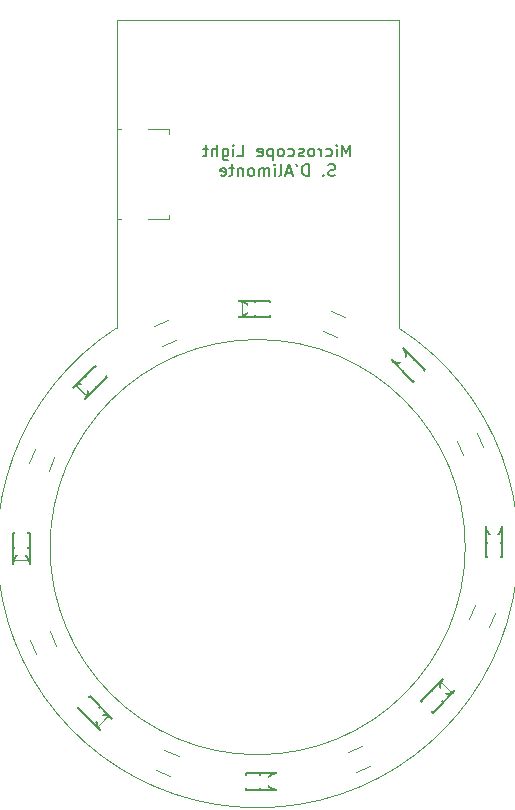
<source format=gbr>
G04 #@! TF.GenerationSoftware,KiCad,Pcbnew,(5.1.0)-1*
G04 #@! TF.CreationDate,2019-04-30T21:22:08-04:00*
G04 #@! TF.ProjectId,MIcroscope_Light,4d496372-6f73-4636-9f70-655f4c696768,rev?*
G04 #@! TF.SameCoordinates,Original*
G04 #@! TF.FileFunction,Legend,Bot*
G04 #@! TF.FilePolarity,Positive*
%FSLAX46Y46*%
G04 Gerber Fmt 4.6, Leading zero omitted, Abs format (unit mm)*
G04 Created by KiCad (PCBNEW (5.1.0)-1) date 2019-04-30 21:22:08*
%MOMM*%
%LPD*%
G04 APERTURE LIST*
%ADD10C,0.150000*%
%ADD11C,0.050000*%
%ADD12C,0.120000*%
%ADD13R,2.001600X1.276600*%
%ADD14R,2.001600X2.476600*%
%ADD15R,2.201600X1.576600*%
%ADD16R,1.481600X0.551600*%
%ADD17C,3.101600*%
%ADD18C,1.346600*%
%ADD19C,0.100000*%
%ADD20R,2.601600X1.101600*%
%ADD21C,1.000000*%
%ADD22C,1.101600*%
%ADD23R,1.101600X2.601600*%
G04 APERTURE END LIST*
D10*
X137342857Y-58427380D02*
X137342857Y-57427380D01*
X137009523Y-58141666D01*
X136676190Y-57427380D01*
X136676190Y-58427380D01*
X136200000Y-58427380D02*
X136200000Y-57760714D01*
X136200000Y-57427380D02*
X136247619Y-57475000D01*
X136200000Y-57522619D01*
X136152380Y-57475000D01*
X136200000Y-57427380D01*
X136200000Y-57522619D01*
X135295238Y-58379761D02*
X135390476Y-58427380D01*
X135580952Y-58427380D01*
X135676190Y-58379761D01*
X135723809Y-58332142D01*
X135771428Y-58236904D01*
X135771428Y-57951190D01*
X135723809Y-57855952D01*
X135676190Y-57808333D01*
X135580952Y-57760714D01*
X135390476Y-57760714D01*
X135295238Y-57808333D01*
X134866666Y-58427380D02*
X134866666Y-57760714D01*
X134866666Y-57951190D02*
X134819047Y-57855952D01*
X134771428Y-57808333D01*
X134676190Y-57760714D01*
X134580952Y-57760714D01*
X134104761Y-58427380D02*
X134200000Y-58379761D01*
X134247619Y-58332142D01*
X134295238Y-58236904D01*
X134295238Y-57951190D01*
X134247619Y-57855952D01*
X134200000Y-57808333D01*
X134104761Y-57760714D01*
X133961904Y-57760714D01*
X133866666Y-57808333D01*
X133819047Y-57855952D01*
X133771428Y-57951190D01*
X133771428Y-58236904D01*
X133819047Y-58332142D01*
X133866666Y-58379761D01*
X133961904Y-58427380D01*
X134104761Y-58427380D01*
X133390476Y-58379761D02*
X133295238Y-58427380D01*
X133104761Y-58427380D01*
X133009523Y-58379761D01*
X132961904Y-58284523D01*
X132961904Y-58236904D01*
X133009523Y-58141666D01*
X133104761Y-58094047D01*
X133247619Y-58094047D01*
X133342857Y-58046428D01*
X133390476Y-57951190D01*
X133390476Y-57903571D01*
X133342857Y-57808333D01*
X133247619Y-57760714D01*
X133104761Y-57760714D01*
X133009523Y-57808333D01*
X132104761Y-58379761D02*
X132200000Y-58427380D01*
X132390476Y-58427380D01*
X132485714Y-58379761D01*
X132533333Y-58332142D01*
X132580952Y-58236904D01*
X132580952Y-57951190D01*
X132533333Y-57855952D01*
X132485714Y-57808333D01*
X132390476Y-57760714D01*
X132200000Y-57760714D01*
X132104761Y-57808333D01*
X131533333Y-58427380D02*
X131628571Y-58379761D01*
X131676190Y-58332142D01*
X131723809Y-58236904D01*
X131723809Y-57951190D01*
X131676190Y-57855952D01*
X131628571Y-57808333D01*
X131533333Y-57760714D01*
X131390476Y-57760714D01*
X131295238Y-57808333D01*
X131247619Y-57855952D01*
X131200000Y-57951190D01*
X131200000Y-58236904D01*
X131247619Y-58332142D01*
X131295238Y-58379761D01*
X131390476Y-58427380D01*
X131533333Y-58427380D01*
X130771428Y-57760714D02*
X130771428Y-58760714D01*
X130771428Y-57808333D02*
X130676190Y-57760714D01*
X130485714Y-57760714D01*
X130390476Y-57808333D01*
X130342857Y-57855952D01*
X130295238Y-57951190D01*
X130295238Y-58236904D01*
X130342857Y-58332142D01*
X130390476Y-58379761D01*
X130485714Y-58427380D01*
X130676190Y-58427380D01*
X130771428Y-58379761D01*
X129485714Y-58379761D02*
X129580952Y-58427380D01*
X129771428Y-58427380D01*
X129866666Y-58379761D01*
X129914285Y-58284523D01*
X129914285Y-57903571D01*
X129866666Y-57808333D01*
X129771428Y-57760714D01*
X129580952Y-57760714D01*
X129485714Y-57808333D01*
X129438095Y-57903571D01*
X129438095Y-57998809D01*
X129914285Y-58094047D01*
X127771428Y-58427380D02*
X128247619Y-58427380D01*
X128247619Y-57427380D01*
X127438095Y-58427380D02*
X127438095Y-57760714D01*
X127438095Y-57427380D02*
X127485714Y-57475000D01*
X127438095Y-57522619D01*
X127390476Y-57475000D01*
X127438095Y-57427380D01*
X127438095Y-57522619D01*
X126533333Y-57760714D02*
X126533333Y-58570238D01*
X126580952Y-58665476D01*
X126628571Y-58713095D01*
X126723809Y-58760714D01*
X126866666Y-58760714D01*
X126961904Y-58713095D01*
X126533333Y-58379761D02*
X126628571Y-58427380D01*
X126819047Y-58427380D01*
X126914285Y-58379761D01*
X126961904Y-58332142D01*
X127009523Y-58236904D01*
X127009523Y-57951190D01*
X126961904Y-57855952D01*
X126914285Y-57808333D01*
X126819047Y-57760714D01*
X126628571Y-57760714D01*
X126533333Y-57808333D01*
X126057142Y-58427380D02*
X126057142Y-57427380D01*
X125628571Y-58427380D02*
X125628571Y-57903571D01*
X125676190Y-57808333D01*
X125771428Y-57760714D01*
X125914285Y-57760714D01*
X126009523Y-57808333D01*
X126057142Y-57855952D01*
X125295238Y-57760714D02*
X124914285Y-57760714D01*
X125152380Y-57427380D02*
X125152380Y-58284523D01*
X125104761Y-58379761D01*
X125009523Y-58427380D01*
X124914285Y-58427380D01*
X136057142Y-60029761D02*
X135914285Y-60077380D01*
X135676190Y-60077380D01*
X135580952Y-60029761D01*
X135533333Y-59982142D01*
X135485714Y-59886904D01*
X135485714Y-59791666D01*
X135533333Y-59696428D01*
X135580952Y-59648809D01*
X135676190Y-59601190D01*
X135866666Y-59553571D01*
X135961904Y-59505952D01*
X136009523Y-59458333D01*
X136057142Y-59363095D01*
X136057142Y-59267857D01*
X136009523Y-59172619D01*
X135961904Y-59125000D01*
X135866666Y-59077380D01*
X135628571Y-59077380D01*
X135485714Y-59125000D01*
X135057142Y-59982142D02*
X135009523Y-60029761D01*
X135057142Y-60077380D01*
X135104761Y-60029761D01*
X135057142Y-59982142D01*
X135057142Y-60077380D01*
X133819047Y-60077380D02*
X133819047Y-59077380D01*
X133580952Y-59077380D01*
X133438095Y-59125000D01*
X133342857Y-59220238D01*
X133295238Y-59315476D01*
X133247619Y-59505952D01*
X133247619Y-59648809D01*
X133295238Y-59839285D01*
X133342857Y-59934523D01*
X133438095Y-60029761D01*
X133580952Y-60077380D01*
X133819047Y-60077380D01*
X132771428Y-59077380D02*
X132866666Y-59267857D01*
X132390476Y-59791666D02*
X131914285Y-59791666D01*
X132485714Y-60077380D02*
X132152380Y-59077380D01*
X131819047Y-60077380D01*
X131342857Y-60077380D02*
X131438095Y-60029761D01*
X131485714Y-59934523D01*
X131485714Y-59077380D01*
X130961904Y-60077380D02*
X130961904Y-59410714D01*
X130961904Y-59077380D02*
X131009523Y-59125000D01*
X130961904Y-59172619D01*
X130914285Y-59125000D01*
X130961904Y-59077380D01*
X130961904Y-59172619D01*
X130485714Y-60077380D02*
X130485714Y-59410714D01*
X130485714Y-59505952D02*
X130438095Y-59458333D01*
X130342857Y-59410714D01*
X130200000Y-59410714D01*
X130104761Y-59458333D01*
X130057142Y-59553571D01*
X130057142Y-60077380D01*
X130057142Y-59553571D02*
X130009523Y-59458333D01*
X129914285Y-59410714D01*
X129771428Y-59410714D01*
X129676190Y-59458333D01*
X129628571Y-59553571D01*
X129628571Y-60077380D01*
X129009523Y-60077380D02*
X129104761Y-60029761D01*
X129152380Y-59982142D01*
X129200000Y-59886904D01*
X129200000Y-59601190D01*
X129152380Y-59505952D01*
X129104761Y-59458333D01*
X129009523Y-59410714D01*
X128866666Y-59410714D01*
X128771428Y-59458333D01*
X128723809Y-59505952D01*
X128676190Y-59601190D01*
X128676190Y-59886904D01*
X128723809Y-59982142D01*
X128771428Y-60029761D01*
X128866666Y-60077380D01*
X129009523Y-60077380D01*
X128247619Y-59410714D02*
X128247619Y-60077380D01*
X128247619Y-59505952D02*
X128200000Y-59458333D01*
X128104761Y-59410714D01*
X127961904Y-59410714D01*
X127866666Y-59458333D01*
X127819047Y-59553571D01*
X127819047Y-60077380D01*
X127485714Y-59410714D02*
X127104761Y-59410714D01*
X127342857Y-59077380D02*
X127342857Y-59934523D01*
X127295238Y-60029761D01*
X127200000Y-60077380D01*
X127104761Y-60077380D01*
X126390476Y-60029761D02*
X126485714Y-60077380D01*
X126676190Y-60077380D01*
X126771428Y-60029761D01*
X126819047Y-59934523D01*
X126819047Y-59553571D01*
X126771428Y-59458333D01*
X126676190Y-59410714D01*
X126485714Y-59410714D01*
X126390476Y-59458333D01*
X126342857Y-59553571D01*
X126342857Y-59648809D01*
X126819047Y-59744047D01*
D11*
X147075000Y-91500000D02*
G75*
G03X147075000Y-91500000I-17575000J0D01*
G01*
X141450000Y-72950000D02*
G75*
G02X117550000Y-72950000I-11950000J-18550000D01*
G01*
X141500000Y-46850000D02*
X141450000Y-72950000D01*
X117550000Y-46850000D02*
X141500000Y-46850000D01*
X117550000Y-72950000D02*
X117550000Y-46850000D01*
D12*
X117650000Y-63760000D02*
X117910000Y-63760000D01*
X120190000Y-63760000D02*
X121960000Y-63760000D01*
X121960000Y-63760000D02*
X121960000Y-63380000D01*
X121960000Y-56140000D02*
X120190000Y-56140000D01*
X117910000Y-56140000D02*
X117650000Y-56140000D01*
X121960000Y-56140000D02*
X121960000Y-56520000D01*
X120729958Y-72767437D02*
X121931002Y-72269948D01*
X121426442Y-74448898D02*
X122627486Y-73951409D01*
X110119948Y-84381002D02*
X110617437Y-83179958D01*
X111801409Y-85077486D02*
X112298898Y-83876442D01*
X110748591Y-100527486D02*
X110251102Y-99326442D01*
X112430052Y-99831002D02*
X111932563Y-98629958D01*
X122102280Y-110889475D02*
X120901236Y-110391986D01*
X122798764Y-109208014D02*
X121597720Y-108710525D01*
X139027486Y-110001409D02*
X137826442Y-110498898D01*
X138331002Y-108319948D02*
X137129958Y-108817437D01*
X149589475Y-97097720D02*
X149091986Y-98298764D01*
X147908014Y-96401236D02*
X147410525Y-97602280D01*
X148082563Y-81829958D02*
X148580052Y-83031002D01*
X146401102Y-82526442D02*
X146898591Y-83727486D01*
X135697720Y-71510525D02*
X136898764Y-72008014D01*
X135001236Y-73191986D02*
X136202280Y-73689475D01*
D10*
X129275000Y-71400000D02*
X129275000Y-70675000D01*
X129275000Y-71375000D02*
X129275000Y-72025000D01*
X129250000Y-71350000D02*
X128125000Y-72050000D01*
X128150000Y-70650000D02*
X129250000Y-71350000D01*
X128150000Y-72050000D02*
X128150000Y-70650000D01*
X127525000Y-70650000D02*
X127525000Y-72050000D01*
X130525000Y-70650000D02*
X127525000Y-70650000D01*
X130525000Y-72050000D02*
X130525000Y-70650000D01*
X127575000Y-72050000D02*
X130525000Y-72050000D01*
X115376256Y-77544454D02*
X114863604Y-77031802D01*
X115358579Y-77526777D02*
X115818198Y-77986396D01*
X115323223Y-77526777D02*
X115022703Y-78817247D01*
X114050431Y-77809619D02*
X115323223Y-77526777D01*
X115040381Y-78799569D02*
X114050431Y-77809619D01*
X113608489Y-78251561D02*
X114598439Y-79241511D01*
X115729810Y-76130241D02*
X113608489Y-78251561D01*
X116719759Y-77120190D02*
X115729810Y-76130241D01*
X114633794Y-79206155D02*
X116719759Y-77120190D01*
X109550000Y-91575000D02*
X108825000Y-91575000D01*
X109525000Y-91575000D02*
X110175000Y-91575000D01*
X109500000Y-91600000D02*
X110200000Y-92725000D01*
X108800000Y-92700000D02*
X109500000Y-91600000D01*
X110200000Y-92700000D02*
X108800000Y-92700000D01*
X108800000Y-93325000D02*
X110200000Y-93325000D01*
X108800000Y-90325000D02*
X108800000Y-93325000D01*
X110200000Y-90325000D02*
X108800000Y-90325000D01*
X110200000Y-93275000D02*
X110200000Y-90325000D01*
X115694454Y-105473744D02*
X115181802Y-105986396D01*
X115676777Y-105491421D02*
X116136396Y-105031802D01*
X115676777Y-105526777D02*
X116967247Y-105827297D01*
X115959619Y-106799569D02*
X115676777Y-105526777D01*
X116949569Y-105809619D02*
X115959619Y-106799569D01*
X116401561Y-107241511D02*
X117391511Y-106251561D01*
X114280241Y-105120190D02*
X116401561Y-107241511D01*
X115270190Y-104130241D02*
X114280241Y-105120190D01*
X117356155Y-106216206D02*
X115270190Y-104130241D01*
X129725000Y-111300000D02*
X129725000Y-112025000D01*
X129725000Y-111325000D02*
X129725000Y-110675000D01*
X129750000Y-111350000D02*
X130875000Y-110650000D01*
X130850000Y-112050000D02*
X129750000Y-111350000D01*
X130850000Y-110650000D02*
X130850000Y-112050000D01*
X131475000Y-112050000D02*
X131475000Y-110650000D01*
X128475000Y-112050000D02*
X131475000Y-112050000D01*
X128475000Y-110650000D02*
X128475000Y-112050000D01*
X131425000Y-110650000D02*
X128475000Y-110650000D01*
X144687940Y-104091350D02*
X145200592Y-104604002D01*
X144705617Y-104109027D02*
X144245998Y-103649408D01*
X144740973Y-104109027D02*
X145041493Y-102818557D01*
X146013765Y-103826185D02*
X144740973Y-104109027D01*
X145023815Y-102836235D02*
X146013765Y-103826185D01*
X146455707Y-103384243D02*
X145465757Y-102394293D01*
X144334386Y-105505563D02*
X146455707Y-103384243D01*
X143344437Y-104515614D02*
X144334386Y-105505563D01*
X145430402Y-102429649D02*
X143344437Y-104515614D01*
X149450000Y-91125000D02*
X150175000Y-91125000D01*
X149475000Y-91125000D02*
X148825000Y-91125000D01*
X149500000Y-91100000D02*
X148800000Y-89975000D01*
X150200000Y-90000000D02*
X149500000Y-91100000D01*
X148800000Y-90000000D02*
X150200000Y-90000000D01*
X150200000Y-89375000D02*
X148800000Y-89375000D01*
X150200000Y-92375000D02*
X150200000Y-89375000D01*
X148800000Y-92375000D02*
X150200000Y-92375000D01*
X148800000Y-89425000D02*
X148800000Y-92375000D01*
X142241350Y-76162060D02*
X142754002Y-75649408D01*
X142259027Y-76144383D02*
X141799408Y-76604002D01*
X142259027Y-76109027D02*
X140968557Y-75808507D01*
X141976185Y-74836235D02*
X142259027Y-76109027D01*
X140986235Y-75826185D02*
X141976185Y-74836235D01*
X141534243Y-74394293D02*
X140544293Y-75384243D01*
X143655563Y-76515614D02*
X141534243Y-74394293D01*
X142665614Y-77505563D02*
X143655563Y-76515614D01*
X140579649Y-75419598D02*
X142665614Y-77505563D01*
%LPC*%
D13*
X119050000Y-59110000D03*
X119050000Y-60790000D03*
D14*
X119050000Y-57040000D03*
X119050000Y-62860000D03*
D15*
X121350000Y-57487500D03*
X121350000Y-62412500D03*
D16*
X121710000Y-58650000D03*
X121710000Y-59300000D03*
X121710000Y-59950000D03*
X121710000Y-60600000D03*
X121710000Y-61250000D03*
D17*
X122050000Y-51350000D03*
X136950000Y-51350000D03*
X122050000Y-69000000D03*
X137000000Y-69000000D03*
D18*
X123150000Y-72750000D03*
D19*
G36*
X122891807Y-73886085D02*
G01*
X122164097Y-72129236D01*
X123408193Y-71613915D01*
X124135903Y-73370764D01*
X122891807Y-73886085D01*
X122891807Y-73886085D01*
G37*
D18*
X120207444Y-73968846D03*
D19*
G36*
X119949251Y-75104931D02*
G01*
X119221541Y-73348082D01*
X120465637Y-72832761D01*
X121193347Y-74589610D01*
X119949251Y-75104931D01*
X119949251Y-75104931D01*
G37*
D18*
X111818846Y-82657444D03*
D19*
G36*
X112439610Y-83643347D02*
G01*
X110682761Y-82915637D01*
X111198082Y-81671541D01*
X112954931Y-82399251D01*
X112439610Y-83643347D01*
X112439610Y-83643347D01*
G37*
D18*
X110600000Y-85600000D03*
D19*
G36*
X111220764Y-86585903D02*
G01*
X109463915Y-85858193D01*
X109979236Y-84614097D01*
X111736085Y-85341807D01*
X111220764Y-86585903D01*
X111220764Y-86585903D01*
G37*
D18*
X110731154Y-98107444D03*
D19*
G36*
X111867239Y-98365637D02*
G01*
X110110390Y-99093347D01*
X109595069Y-97849251D01*
X111351918Y-97121541D01*
X111867239Y-98365637D01*
X111867239Y-98365637D01*
G37*
D18*
X111950000Y-101050000D03*
D19*
G36*
X113086085Y-101308193D02*
G01*
X111329236Y-102035903D01*
X110813915Y-100791807D01*
X112570764Y-100064097D01*
X113086085Y-101308193D01*
X113086085Y-101308193D01*
G37*
D18*
X120378722Y-109190577D03*
D19*
G36*
X121364625Y-108569813D02*
G01*
X120636915Y-110326662D01*
X119392819Y-109811341D01*
X120120529Y-108054492D01*
X121364625Y-108569813D01*
X121364625Y-108569813D01*
G37*
D18*
X123321278Y-110409423D03*
D19*
G36*
X124307181Y-109788659D02*
G01*
X123579471Y-111545508D01*
X122335375Y-111030187D01*
X123063085Y-109273338D01*
X124307181Y-109788659D01*
X124307181Y-109788659D01*
G37*
D18*
X136607444Y-110018846D03*
D19*
G36*
X136865637Y-108882761D02*
G01*
X137593347Y-110639610D01*
X136349251Y-111154931D01*
X135621541Y-109398082D01*
X136865637Y-108882761D01*
X136865637Y-108882761D01*
G37*
D18*
X139550000Y-108800000D03*
D19*
G36*
X139808193Y-107663915D02*
G01*
X140535903Y-109420764D01*
X139291807Y-109936085D01*
X138564097Y-108179236D01*
X139808193Y-107663915D01*
X139808193Y-107663915D01*
G37*
D18*
X147890577Y-98821278D03*
D19*
G36*
X147269813Y-97835375D02*
G01*
X149026662Y-98563085D01*
X148511341Y-99807181D01*
X146754492Y-99079471D01*
X147269813Y-97835375D01*
X147269813Y-97835375D01*
G37*
D18*
X149109423Y-95878722D03*
D19*
G36*
X148488659Y-94892819D02*
G01*
X150245508Y-95620529D01*
X149730187Y-96864625D01*
X147973338Y-96136915D01*
X148488659Y-94892819D01*
X148488659Y-94892819D01*
G37*
D18*
X148100000Y-84250000D03*
D19*
G36*
X146963915Y-83991807D02*
G01*
X148720764Y-83264097D01*
X149236085Y-84508193D01*
X147479236Y-85235903D01*
X146963915Y-83991807D01*
X146963915Y-83991807D01*
G37*
D18*
X146881154Y-81307444D03*
D19*
G36*
X145745069Y-81049251D02*
G01*
X147501918Y-80321541D01*
X148017239Y-81565637D01*
X146260390Y-82293347D01*
X145745069Y-81049251D01*
X145745069Y-81049251D01*
G37*
D18*
X137421278Y-73209423D03*
D19*
G36*
X136435375Y-73830187D02*
G01*
X137163085Y-72073338D01*
X138407181Y-72588659D01*
X137679471Y-74345508D01*
X136435375Y-73830187D01*
X136435375Y-73830187D01*
G37*
D18*
X134478722Y-71990577D03*
D19*
G36*
X133492819Y-72611341D02*
G01*
X134220529Y-70854492D01*
X135464625Y-71369813D01*
X134736915Y-73126662D01*
X133492819Y-72611341D01*
X133492819Y-72611341D01*
G37*
D20*
X129925000Y-71350000D03*
D21*
X127575000Y-71350000D03*
D19*
G36*
X127729980Y-70349445D02*
G01*
X127739735Y-70350406D01*
X127749501Y-70352348D01*
X127758880Y-70355193D01*
X127768082Y-70359005D01*
X127776727Y-70363626D01*
X127785008Y-70369159D01*
X127792584Y-70375377D01*
X127799623Y-70382416D01*
X127805841Y-70389992D01*
X127811374Y-70398273D01*
X127815995Y-70406918D01*
X127819807Y-70416120D01*
X127822652Y-70425499D01*
X127824594Y-70435265D01*
X127825555Y-70445020D01*
X127825800Y-70450000D01*
X127825800Y-70799200D01*
X128125000Y-70799200D01*
X128134911Y-70800176D01*
X128144440Y-70803067D01*
X128153223Y-70807761D01*
X128160921Y-70814079D01*
X128167239Y-70821777D01*
X128171933Y-70830560D01*
X128174824Y-70840089D01*
X128175800Y-70850000D01*
X128175800Y-71850000D01*
X128174824Y-71859911D01*
X128171933Y-71869440D01*
X128167239Y-71878223D01*
X128160921Y-71885921D01*
X128153223Y-71892239D01*
X128144440Y-71896933D01*
X128134911Y-71899824D01*
X128125000Y-71900800D01*
X127825800Y-71900800D01*
X127825800Y-72350000D01*
X127825555Y-72354980D01*
X127824594Y-72364735D01*
X127822652Y-72374501D01*
X127819807Y-72383880D01*
X127815995Y-72393082D01*
X127811374Y-72401727D01*
X127805841Y-72410008D01*
X127799623Y-72417584D01*
X127792584Y-72424623D01*
X127785008Y-72430841D01*
X127776727Y-72436374D01*
X127768082Y-72440995D01*
X127758880Y-72444807D01*
X127749501Y-72447652D01*
X127739735Y-72449594D01*
X127729980Y-72450555D01*
X127725000Y-72450800D01*
X127025000Y-72450800D01*
X127020020Y-72450555D01*
X127010265Y-72449594D01*
X127000499Y-72447652D01*
X126991120Y-72444807D01*
X126981918Y-72440995D01*
X126973273Y-72436374D01*
X126964992Y-72430841D01*
X126957416Y-72424623D01*
X126950377Y-72417584D01*
X126944159Y-72410008D01*
X126938626Y-72401727D01*
X126934005Y-72393082D01*
X126930193Y-72383880D01*
X126927348Y-72374501D01*
X126925406Y-72364735D01*
X126924445Y-72354980D01*
X126924200Y-72350000D01*
X126924200Y-70450000D01*
X126924445Y-70445020D01*
X126925406Y-70435265D01*
X126927348Y-70425499D01*
X126930193Y-70416120D01*
X126934005Y-70406918D01*
X126938626Y-70398273D01*
X126944159Y-70389992D01*
X126950377Y-70382416D01*
X126957416Y-70375377D01*
X126964992Y-70369159D01*
X126973273Y-70363626D01*
X126981918Y-70359005D01*
X126991120Y-70355193D01*
X127000499Y-70352348D01*
X127010265Y-70350406D01*
X127020020Y-70349445D01*
X127025000Y-70349200D01*
X127725000Y-70349200D01*
X127729980Y-70349445D01*
X127729980Y-70349445D01*
G37*
D22*
X115800520Y-77049480D03*
D19*
G36*
X115270190Y-78358759D02*
G01*
X114491241Y-77579810D01*
X116330850Y-75740201D01*
X117109799Y-76519150D01*
X115270190Y-78358759D01*
X115270190Y-78358759D01*
G37*
D21*
X114138819Y-78711181D03*
D19*
G36*
X113540907Y-77894094D02*
G01*
X113548485Y-77887876D01*
X113556763Y-77882344D01*
X113565407Y-77877723D01*
X113574609Y-77873912D01*
X113583990Y-77871067D01*
X113593758Y-77869124D01*
X113603512Y-77868163D01*
X113613466Y-77868163D01*
X113623220Y-77869124D01*
X113632988Y-77871067D01*
X113642369Y-77873912D01*
X113651571Y-77877723D01*
X113660214Y-77882344D01*
X113668493Y-77887876D01*
X113676071Y-77894094D01*
X113679765Y-77897443D01*
X113926687Y-78144364D01*
X114138253Y-77932798D01*
X114145952Y-77926480D01*
X114154734Y-77921786D01*
X114164264Y-77918895D01*
X114174174Y-77917919D01*
X114184085Y-77918895D01*
X114193615Y-77921786D01*
X114202397Y-77926480D01*
X114210095Y-77932798D01*
X114917202Y-78639905D01*
X114923520Y-78647603D01*
X114928214Y-78656385D01*
X114931105Y-78665915D01*
X114932081Y-78675826D01*
X114931105Y-78685736D01*
X114928214Y-78695266D01*
X114923520Y-78704048D01*
X114917202Y-78711747D01*
X114705636Y-78923313D01*
X115023268Y-79240945D01*
X115026616Y-79244640D01*
X115032835Y-79252217D01*
X115038367Y-79260496D01*
X115042987Y-79269140D01*
X115046799Y-79278342D01*
X115049644Y-79287723D01*
X115051587Y-79297491D01*
X115052547Y-79307244D01*
X115052547Y-79317199D01*
X115051587Y-79326953D01*
X115049644Y-79336721D01*
X115046799Y-79346101D01*
X115042987Y-79355304D01*
X115038367Y-79363947D01*
X115032835Y-79372226D01*
X115026616Y-79379803D01*
X115023268Y-79383498D01*
X114528293Y-79878473D01*
X114524599Y-79881821D01*
X114517021Y-79888039D01*
X114508743Y-79893572D01*
X114500099Y-79898192D01*
X114490897Y-79902003D01*
X114481516Y-79904849D01*
X114471748Y-79906792D01*
X114461994Y-79907752D01*
X114452040Y-79907752D01*
X114442286Y-79906792D01*
X114432518Y-79904849D01*
X114423137Y-79902003D01*
X114413935Y-79898192D01*
X114405291Y-79893572D01*
X114397013Y-79888039D01*
X114389435Y-79881821D01*
X114385741Y-79878473D01*
X113042238Y-78534970D01*
X113038890Y-78531275D01*
X113032671Y-78523698D01*
X113027139Y-78515419D01*
X113022519Y-78506776D01*
X113018707Y-78497573D01*
X113015862Y-78488193D01*
X113013919Y-78478425D01*
X113012959Y-78468671D01*
X113012959Y-78458716D01*
X113013919Y-78448962D01*
X113015862Y-78439194D01*
X113018707Y-78429814D01*
X113022519Y-78420612D01*
X113027139Y-78411968D01*
X113032671Y-78403689D01*
X113038890Y-78396112D01*
X113042238Y-78392417D01*
X113537213Y-77897443D01*
X113540907Y-77894094D01*
X113540907Y-77894094D01*
G37*
D23*
X109500000Y-90925000D03*
D21*
X109500000Y-93275000D03*
D19*
G36*
X108499445Y-93120020D02*
G01*
X108500406Y-93110265D01*
X108502348Y-93100499D01*
X108505193Y-93091120D01*
X108509005Y-93081918D01*
X108513626Y-93073273D01*
X108519159Y-93064992D01*
X108525377Y-93057416D01*
X108532416Y-93050377D01*
X108539992Y-93044159D01*
X108548273Y-93038626D01*
X108556918Y-93034005D01*
X108566120Y-93030193D01*
X108575499Y-93027348D01*
X108585265Y-93025406D01*
X108595020Y-93024445D01*
X108600000Y-93024200D01*
X108949200Y-93024200D01*
X108949200Y-92725000D01*
X108950176Y-92715089D01*
X108953067Y-92705560D01*
X108957761Y-92696777D01*
X108964079Y-92689079D01*
X108971777Y-92682761D01*
X108980560Y-92678067D01*
X108990089Y-92675176D01*
X109000000Y-92674200D01*
X110000000Y-92674200D01*
X110009911Y-92675176D01*
X110019440Y-92678067D01*
X110028223Y-92682761D01*
X110035921Y-92689079D01*
X110042239Y-92696777D01*
X110046933Y-92705560D01*
X110049824Y-92715089D01*
X110050800Y-92725000D01*
X110050800Y-93024200D01*
X110500000Y-93024200D01*
X110504980Y-93024445D01*
X110514735Y-93025406D01*
X110524501Y-93027348D01*
X110533880Y-93030193D01*
X110543082Y-93034005D01*
X110551727Y-93038626D01*
X110560008Y-93044159D01*
X110567584Y-93050377D01*
X110574623Y-93057416D01*
X110580841Y-93064992D01*
X110586374Y-93073273D01*
X110590995Y-93081918D01*
X110594807Y-93091120D01*
X110597652Y-93100499D01*
X110599594Y-93110265D01*
X110600555Y-93120020D01*
X110600800Y-93125000D01*
X110600800Y-93825000D01*
X110600555Y-93829980D01*
X110599594Y-93839735D01*
X110597652Y-93849501D01*
X110594807Y-93858880D01*
X110590995Y-93868082D01*
X110586374Y-93876727D01*
X110580841Y-93885008D01*
X110574623Y-93892584D01*
X110567584Y-93899623D01*
X110560008Y-93905841D01*
X110551727Y-93911374D01*
X110543082Y-93915995D01*
X110533880Y-93919807D01*
X110524501Y-93922652D01*
X110514735Y-93924594D01*
X110504980Y-93925555D01*
X110500000Y-93925800D01*
X108600000Y-93925800D01*
X108595020Y-93925555D01*
X108585265Y-93924594D01*
X108575499Y-93922652D01*
X108566120Y-93919807D01*
X108556918Y-93915995D01*
X108548273Y-93911374D01*
X108539992Y-93905841D01*
X108532416Y-93899623D01*
X108525377Y-93892584D01*
X108519159Y-93885008D01*
X108513626Y-93876727D01*
X108509005Y-93868082D01*
X108505193Y-93858880D01*
X108502348Y-93849501D01*
X108500406Y-93839735D01*
X108499445Y-93829980D01*
X108499200Y-93825000D01*
X108499200Y-93125000D01*
X108499445Y-93120020D01*
X108499445Y-93120020D01*
G37*
D22*
X115199480Y-105049480D03*
D19*
G36*
X116508759Y-105579810D02*
G01*
X115729810Y-106358759D01*
X113890201Y-104519150D01*
X114669150Y-103740201D01*
X116508759Y-105579810D01*
X116508759Y-105579810D01*
G37*
D21*
X116861181Y-106711181D03*
D19*
G36*
X116044094Y-107309093D02*
G01*
X116037876Y-107301515D01*
X116032344Y-107293237D01*
X116027723Y-107284593D01*
X116023912Y-107275391D01*
X116021067Y-107266010D01*
X116019124Y-107256242D01*
X116018163Y-107246488D01*
X116018163Y-107236534D01*
X116019124Y-107226780D01*
X116021067Y-107217012D01*
X116023912Y-107207631D01*
X116027723Y-107198429D01*
X116032344Y-107189786D01*
X116037876Y-107181507D01*
X116044094Y-107173929D01*
X116047443Y-107170235D01*
X116294364Y-106923313D01*
X116082798Y-106711747D01*
X116076480Y-106704048D01*
X116071786Y-106695266D01*
X116068895Y-106685736D01*
X116067919Y-106675826D01*
X116068895Y-106665915D01*
X116071786Y-106656385D01*
X116076480Y-106647603D01*
X116082798Y-106639905D01*
X116789905Y-105932798D01*
X116797603Y-105926480D01*
X116806385Y-105921786D01*
X116815915Y-105918895D01*
X116825826Y-105917919D01*
X116835736Y-105918895D01*
X116845266Y-105921786D01*
X116854048Y-105926480D01*
X116861747Y-105932798D01*
X117073313Y-106144364D01*
X117390945Y-105826732D01*
X117394640Y-105823384D01*
X117402217Y-105817165D01*
X117410496Y-105811633D01*
X117419140Y-105807013D01*
X117428342Y-105803201D01*
X117437723Y-105800356D01*
X117447491Y-105798413D01*
X117457244Y-105797453D01*
X117467199Y-105797453D01*
X117476953Y-105798413D01*
X117486721Y-105800356D01*
X117496101Y-105803201D01*
X117505304Y-105807013D01*
X117513947Y-105811633D01*
X117522226Y-105817165D01*
X117529803Y-105823384D01*
X117533498Y-105826732D01*
X118028473Y-106321707D01*
X118031821Y-106325401D01*
X118038039Y-106332979D01*
X118043572Y-106341257D01*
X118048192Y-106349901D01*
X118052003Y-106359103D01*
X118054849Y-106368484D01*
X118056792Y-106378252D01*
X118057752Y-106388006D01*
X118057752Y-106397960D01*
X118056792Y-106407714D01*
X118054849Y-106417482D01*
X118052003Y-106426863D01*
X118048192Y-106436065D01*
X118043572Y-106444709D01*
X118038039Y-106452987D01*
X118031821Y-106460565D01*
X118028473Y-106464259D01*
X116684970Y-107807762D01*
X116681275Y-107811110D01*
X116673698Y-107817329D01*
X116665419Y-107822861D01*
X116656776Y-107827481D01*
X116647573Y-107831293D01*
X116638193Y-107834138D01*
X116628425Y-107836081D01*
X116618671Y-107837041D01*
X116608716Y-107837041D01*
X116598962Y-107836081D01*
X116589194Y-107834138D01*
X116579814Y-107831293D01*
X116570612Y-107827481D01*
X116561968Y-107822861D01*
X116553689Y-107817329D01*
X116546112Y-107811110D01*
X116542417Y-107807762D01*
X116047443Y-107312787D01*
X116044094Y-107309093D01*
X116044094Y-107309093D01*
G37*
D20*
X129075000Y-111350000D03*
D21*
X131425000Y-111350000D03*
D19*
G36*
X131270020Y-112350555D02*
G01*
X131260265Y-112349594D01*
X131250499Y-112347652D01*
X131241120Y-112344807D01*
X131231918Y-112340995D01*
X131223273Y-112336374D01*
X131214992Y-112330841D01*
X131207416Y-112324623D01*
X131200377Y-112317584D01*
X131194159Y-112310008D01*
X131188626Y-112301727D01*
X131184005Y-112293082D01*
X131180193Y-112283880D01*
X131177348Y-112274501D01*
X131175406Y-112264735D01*
X131174445Y-112254980D01*
X131174200Y-112250000D01*
X131174200Y-111900800D01*
X130875000Y-111900800D01*
X130865089Y-111899824D01*
X130855560Y-111896933D01*
X130846777Y-111892239D01*
X130839079Y-111885921D01*
X130832761Y-111878223D01*
X130828067Y-111869440D01*
X130825176Y-111859911D01*
X130824200Y-111850000D01*
X130824200Y-110850000D01*
X130825176Y-110840089D01*
X130828067Y-110830560D01*
X130832761Y-110821777D01*
X130839079Y-110814079D01*
X130846777Y-110807761D01*
X130855560Y-110803067D01*
X130865089Y-110800176D01*
X130875000Y-110799200D01*
X131174200Y-110799200D01*
X131174200Y-110350000D01*
X131174445Y-110345020D01*
X131175406Y-110335265D01*
X131177348Y-110325499D01*
X131180193Y-110316120D01*
X131184005Y-110306918D01*
X131188626Y-110298273D01*
X131194159Y-110289992D01*
X131200377Y-110282416D01*
X131207416Y-110275377D01*
X131214992Y-110269159D01*
X131223273Y-110263626D01*
X131231918Y-110259005D01*
X131241120Y-110255193D01*
X131250499Y-110252348D01*
X131260265Y-110250406D01*
X131270020Y-110249445D01*
X131275000Y-110249200D01*
X131975000Y-110249200D01*
X131979980Y-110249445D01*
X131989735Y-110250406D01*
X131999501Y-110252348D01*
X132008880Y-110255193D01*
X132018082Y-110259005D01*
X132026727Y-110263626D01*
X132035008Y-110269159D01*
X132042584Y-110275377D01*
X132049623Y-110282416D01*
X132055841Y-110289992D01*
X132061374Y-110298273D01*
X132065995Y-110306918D01*
X132069807Y-110316120D01*
X132072652Y-110325499D01*
X132074594Y-110335265D01*
X132075555Y-110345020D01*
X132075800Y-110350000D01*
X132075800Y-112250000D01*
X132075555Y-112254980D01*
X132074594Y-112264735D01*
X132072652Y-112274501D01*
X132069807Y-112283880D01*
X132065995Y-112293082D01*
X132061374Y-112301727D01*
X132055841Y-112310008D01*
X132049623Y-112317584D01*
X132042584Y-112324623D01*
X132035008Y-112330841D01*
X132026727Y-112336374D01*
X132018082Y-112340995D01*
X132008880Y-112344807D01*
X131999501Y-112347652D01*
X131989735Y-112349594D01*
X131979980Y-112350555D01*
X131975000Y-112350800D01*
X131275000Y-112350800D01*
X131270020Y-112350555D01*
X131270020Y-112350555D01*
G37*
D22*
X144263676Y-104586324D03*
D19*
G36*
X144794006Y-103277045D02*
G01*
X145572955Y-104055994D01*
X143733346Y-105895603D01*
X142954397Y-105116654D01*
X144794006Y-103277045D01*
X144794006Y-103277045D01*
G37*
D21*
X145925377Y-102924623D03*
D19*
G36*
X146523289Y-103741710D02*
G01*
X146515711Y-103747928D01*
X146507433Y-103753460D01*
X146498789Y-103758081D01*
X146489587Y-103761892D01*
X146480206Y-103764737D01*
X146470438Y-103766680D01*
X146460684Y-103767641D01*
X146450730Y-103767641D01*
X146440976Y-103766680D01*
X146431208Y-103764737D01*
X146421827Y-103761892D01*
X146412625Y-103758081D01*
X146403982Y-103753460D01*
X146395703Y-103747928D01*
X146388125Y-103741710D01*
X146384431Y-103738361D01*
X146137509Y-103491440D01*
X145925943Y-103703006D01*
X145918244Y-103709324D01*
X145909462Y-103714018D01*
X145899932Y-103716909D01*
X145890022Y-103717885D01*
X145880111Y-103716909D01*
X145870581Y-103714018D01*
X145861799Y-103709324D01*
X145854101Y-103703006D01*
X145146994Y-102995899D01*
X145140676Y-102988201D01*
X145135982Y-102979419D01*
X145133091Y-102969889D01*
X145132115Y-102959978D01*
X145133091Y-102950068D01*
X145135982Y-102940538D01*
X145140676Y-102931756D01*
X145146994Y-102924057D01*
X145358560Y-102712491D01*
X145040928Y-102394859D01*
X145037580Y-102391164D01*
X145031361Y-102383587D01*
X145025829Y-102375308D01*
X145021209Y-102366664D01*
X145017397Y-102357462D01*
X145014552Y-102348081D01*
X145012609Y-102338313D01*
X145011649Y-102328560D01*
X145011649Y-102318605D01*
X145012609Y-102308851D01*
X145014552Y-102299083D01*
X145017397Y-102289703D01*
X145021209Y-102280500D01*
X145025829Y-102271857D01*
X145031361Y-102263578D01*
X145037580Y-102256001D01*
X145040928Y-102252306D01*
X145535903Y-101757331D01*
X145539597Y-101753983D01*
X145547175Y-101747765D01*
X145555453Y-101742232D01*
X145564097Y-101737612D01*
X145573299Y-101733801D01*
X145582680Y-101730955D01*
X145592448Y-101729012D01*
X145602202Y-101728052D01*
X145612156Y-101728052D01*
X145621910Y-101729012D01*
X145631678Y-101730955D01*
X145641059Y-101733801D01*
X145650261Y-101737612D01*
X145658905Y-101742232D01*
X145667183Y-101747765D01*
X145674761Y-101753983D01*
X145678455Y-101757331D01*
X147021958Y-103100834D01*
X147025306Y-103104529D01*
X147031525Y-103112106D01*
X147037057Y-103120385D01*
X147041677Y-103129028D01*
X147045489Y-103138231D01*
X147048334Y-103147611D01*
X147050277Y-103157379D01*
X147051237Y-103167133D01*
X147051237Y-103177088D01*
X147050277Y-103186842D01*
X147048334Y-103196610D01*
X147045489Y-103205990D01*
X147041677Y-103215192D01*
X147037057Y-103223836D01*
X147031525Y-103232115D01*
X147025306Y-103239692D01*
X147021958Y-103243387D01*
X146526983Y-103738361D01*
X146523289Y-103741710D01*
X146523289Y-103741710D01*
G37*
D23*
X149500000Y-91775000D03*
D21*
X149500000Y-89425000D03*
D19*
G36*
X150500555Y-89579980D02*
G01*
X150499594Y-89589735D01*
X150497652Y-89599501D01*
X150494807Y-89608880D01*
X150490995Y-89618082D01*
X150486374Y-89626727D01*
X150480841Y-89635008D01*
X150474623Y-89642584D01*
X150467584Y-89649623D01*
X150460008Y-89655841D01*
X150451727Y-89661374D01*
X150443082Y-89665995D01*
X150433880Y-89669807D01*
X150424501Y-89672652D01*
X150414735Y-89674594D01*
X150404980Y-89675555D01*
X150400000Y-89675800D01*
X150050800Y-89675800D01*
X150050800Y-89975000D01*
X150049824Y-89984911D01*
X150046933Y-89994440D01*
X150042239Y-90003223D01*
X150035921Y-90010921D01*
X150028223Y-90017239D01*
X150019440Y-90021933D01*
X150009911Y-90024824D01*
X150000000Y-90025800D01*
X149000000Y-90025800D01*
X148990089Y-90024824D01*
X148980560Y-90021933D01*
X148971777Y-90017239D01*
X148964079Y-90010921D01*
X148957761Y-90003223D01*
X148953067Y-89994440D01*
X148950176Y-89984911D01*
X148949200Y-89975000D01*
X148949200Y-89675800D01*
X148500000Y-89675800D01*
X148495020Y-89675555D01*
X148485265Y-89674594D01*
X148475499Y-89672652D01*
X148466120Y-89669807D01*
X148456918Y-89665995D01*
X148448273Y-89661374D01*
X148439992Y-89655841D01*
X148432416Y-89649623D01*
X148425377Y-89642584D01*
X148419159Y-89635008D01*
X148413626Y-89626727D01*
X148409005Y-89618082D01*
X148405193Y-89608880D01*
X148402348Y-89599501D01*
X148400406Y-89589735D01*
X148399445Y-89579980D01*
X148399200Y-89575000D01*
X148399200Y-88875000D01*
X148399445Y-88870020D01*
X148400406Y-88860265D01*
X148402348Y-88850499D01*
X148405193Y-88841120D01*
X148409005Y-88831918D01*
X148413626Y-88823273D01*
X148419159Y-88814992D01*
X148425377Y-88807416D01*
X148432416Y-88800377D01*
X148439992Y-88794159D01*
X148448273Y-88788626D01*
X148456918Y-88784005D01*
X148466120Y-88780193D01*
X148475499Y-88777348D01*
X148485265Y-88775406D01*
X148495020Y-88774445D01*
X148500000Y-88774200D01*
X150400000Y-88774200D01*
X150404980Y-88774445D01*
X150414735Y-88775406D01*
X150424501Y-88777348D01*
X150433880Y-88780193D01*
X150443082Y-88784005D01*
X150451727Y-88788626D01*
X150460008Y-88794159D01*
X150467584Y-88800377D01*
X150474623Y-88807416D01*
X150480841Y-88814992D01*
X150486374Y-88823273D01*
X150490995Y-88831918D01*
X150494807Y-88841120D01*
X150497652Y-88850499D01*
X150499594Y-88860265D01*
X150500555Y-88870020D01*
X150500800Y-88875000D01*
X150500800Y-89575000D01*
X150500555Y-89579980D01*
X150500555Y-89579980D01*
G37*
D22*
X142736324Y-76586324D03*
D19*
G36*
X141427045Y-76055994D02*
G01*
X142205994Y-75277045D01*
X144045603Y-77116654D01*
X143266654Y-77895603D01*
X141427045Y-76055994D01*
X141427045Y-76055994D01*
G37*
D21*
X141074623Y-74924623D03*
D19*
G36*
X141891710Y-74326711D02*
G01*
X141897928Y-74334289D01*
X141903460Y-74342567D01*
X141908081Y-74351211D01*
X141911892Y-74360413D01*
X141914737Y-74369794D01*
X141916680Y-74379562D01*
X141917641Y-74389316D01*
X141917641Y-74399270D01*
X141916680Y-74409024D01*
X141914737Y-74418792D01*
X141911892Y-74428173D01*
X141908081Y-74437375D01*
X141903460Y-74446018D01*
X141897928Y-74454297D01*
X141891710Y-74461875D01*
X141888361Y-74465569D01*
X141641440Y-74712491D01*
X141853006Y-74924057D01*
X141859324Y-74931756D01*
X141864018Y-74940538D01*
X141866909Y-74950068D01*
X141867885Y-74959978D01*
X141866909Y-74969889D01*
X141864018Y-74979419D01*
X141859324Y-74988201D01*
X141853006Y-74995899D01*
X141145899Y-75703006D01*
X141138201Y-75709324D01*
X141129419Y-75714018D01*
X141119889Y-75716909D01*
X141109978Y-75717885D01*
X141100068Y-75716909D01*
X141090538Y-75714018D01*
X141081756Y-75709324D01*
X141074057Y-75703006D01*
X140862491Y-75491440D01*
X140544859Y-75809072D01*
X140541164Y-75812420D01*
X140533587Y-75818639D01*
X140525308Y-75824171D01*
X140516664Y-75828791D01*
X140507462Y-75832603D01*
X140498081Y-75835448D01*
X140488313Y-75837391D01*
X140478560Y-75838351D01*
X140468605Y-75838351D01*
X140458851Y-75837391D01*
X140449083Y-75835448D01*
X140439703Y-75832603D01*
X140430500Y-75828791D01*
X140421857Y-75824171D01*
X140413578Y-75818639D01*
X140406001Y-75812420D01*
X140402306Y-75809072D01*
X139907331Y-75314097D01*
X139903983Y-75310403D01*
X139897765Y-75302825D01*
X139892232Y-75294547D01*
X139887612Y-75285903D01*
X139883801Y-75276701D01*
X139880955Y-75267320D01*
X139879012Y-75257552D01*
X139878052Y-75247798D01*
X139878052Y-75237844D01*
X139879012Y-75228090D01*
X139880955Y-75218322D01*
X139883801Y-75208941D01*
X139887612Y-75199739D01*
X139892232Y-75191095D01*
X139897765Y-75182817D01*
X139903983Y-75175239D01*
X139907331Y-75171545D01*
X141250834Y-73828042D01*
X141254529Y-73824694D01*
X141262106Y-73818475D01*
X141270385Y-73812943D01*
X141279028Y-73808323D01*
X141288231Y-73804511D01*
X141297611Y-73801666D01*
X141307379Y-73799723D01*
X141317133Y-73798763D01*
X141327088Y-73798763D01*
X141336842Y-73799723D01*
X141346610Y-73801666D01*
X141355990Y-73804511D01*
X141365192Y-73808323D01*
X141373836Y-73812943D01*
X141382115Y-73818475D01*
X141389692Y-73824694D01*
X141393387Y-73828042D01*
X141888361Y-74323017D01*
X141891710Y-74326711D01*
X141891710Y-74326711D01*
G37*
M02*

</source>
